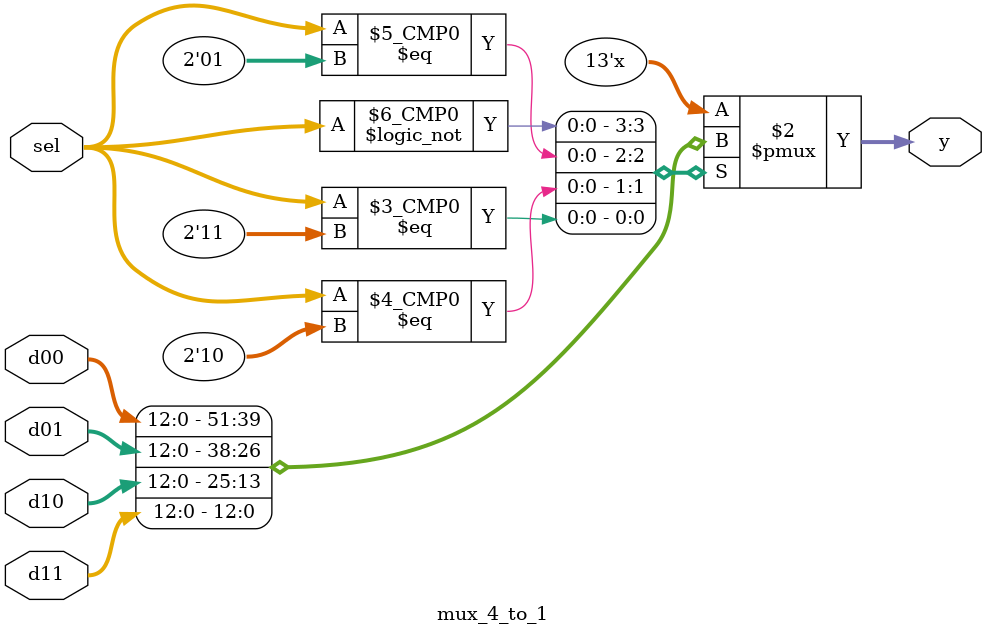
<source format=sv>

module mux_4_to_1 (

    input  logic [12:0] d00,
    input  logic [12:0] d01,
    input  logic [12:0] d10,
    input  logic [12:0] d11,
    input  logic [1:0] sel,
    output logic [12:0] y
);
    always_comb begin
        case (sel)
            2'b00:   y = d00;
            2'b01:   y = d01;
            2'b10:   y = d10;
            2'b11:   y = d11;
            default: y = {13{1'bx}}; 
        endcase
    end

endmodule
</source>
